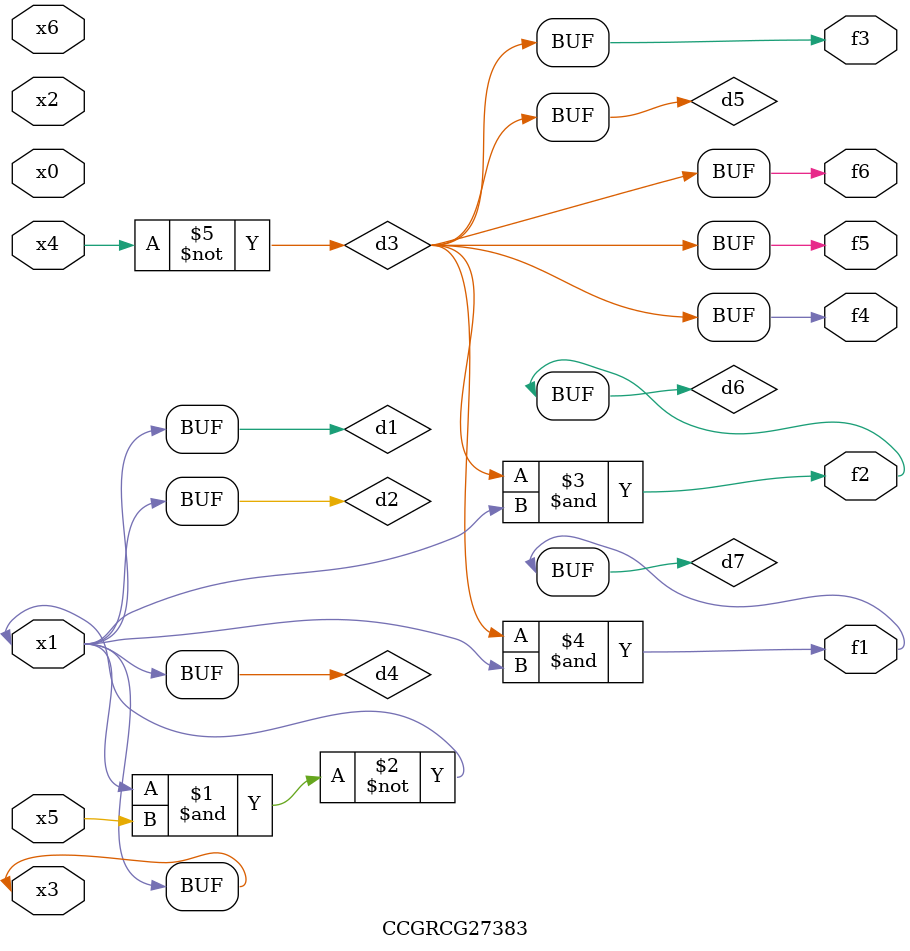
<source format=v>
module CCGRCG27383(
	input x0, x1, x2, x3, x4, x5, x6,
	output f1, f2, f3, f4, f5, f6
);

	wire d1, d2, d3, d4, d5, d6, d7;

	buf (d1, x1, x3);
	nand (d2, x1, x5);
	not (d3, x4);
	buf (d4, d1, d2);
	buf (d5, d3);
	and (d6, d3, d4);
	and (d7, d3, d4);
	assign f1 = d7;
	assign f2 = d6;
	assign f3 = d5;
	assign f4 = d5;
	assign f5 = d5;
	assign f6 = d5;
endmodule

</source>
